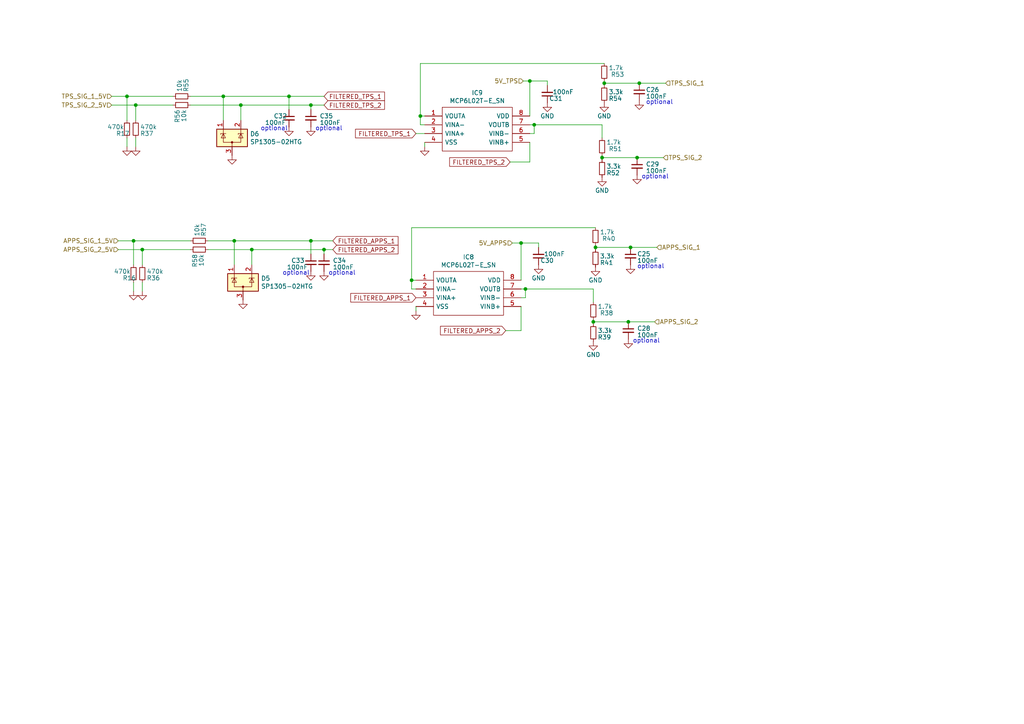
<source format=kicad_sch>
(kicad_sch (version 20211123) (generator eeschema)
  (paper "A4")
  (lib_symbols
    (symbol "Device:C_Small" (pin_numbers hide) (pin_names (offset 0.254) hide)
      (property "Reference" "C" (at 0.254 1.778 0))
      (property "Value" "C_Small" (at 0.254 -2.032 0))
      (symbol "C_Small_0_1"
        (polyline (pts (xy -1.524 -0.508) (xy 1.524 -0.508)) (stroke (width 0.3302)))
        (polyline (pts (xy -1.524 0.508) (xy 1.524 0.508)) (stroke (width 0.3048)))
      )
      (symbol "C_Small_1_1"
        (pin passive line (at 0 2.54 270) (length 2.032) (name "~") (number "1"))
        (pin passive line (at 0 -2.54 90) (length 2.032) (name "~") (number "2"))
      )
    )
    (symbol "Device:R_Small" (pin_numbers hide) (pin_names (offset 0.254) hide)
      (property "Reference" "R" (at 0.762 0.508 0))
      (property "Value" "R_Small" (at 0.762 -1.016 0))
      (symbol "R_Small_0_1"
        (rectangle (start -0.762 1.778) (end 0.762 -1.778) (stroke (width 0.2032)))
      )
      (symbol "R_Small_1_1"
        (pin passive line (at 0 2.54 270) (length 0.762) (name "~") (number "1"))
        (pin passive line (at 0 -2.54 90) (length 0.762) (name "~") (number "2"))
      )
    )
    (symbol "GearControl-rescue:MCP6L02T-E_SN-MCP6L02T-E_SN" (pin_names (offset 0.762))
      (property "Reference" "IC" (at 26.67 7.62 0))
      (property "Value" "MCP6L02T-E_SN-MCP6L02T-E_SN" (at 26.67 5.08 0))
      (symbol "MCP6L02T-E_SN-MCP6L02T-E_SN_0_0"
        (pin output line (at 0 0 0) (length 5.08) (name "VOUTA") (number "1"))
        (pin input line (at 0 -2.54 0) (length 5.08) (name "VINA-") (number "2"))
        (pin input line (at 0 -5.08 0) (length 5.08) (name "VINA+") (number "3"))
        (pin power_in line (at 0 -7.62 0) (length 5.08) (name "VSS") (number "4"))
        (pin input line (at 30.48 -7.62 180) (length 5.08) (name "VINB+") (number "5"))
        (pin input line (at 30.48 -5.08 180) (length 5.08) (name "VINB-") (number "6"))
        (pin output line (at 30.48 -2.54 180) (length 5.08) (name "VOUTB") (number "7"))
        (pin power_in line (at 30.48 0 180) (length 5.08) (name "VDD") (number "8"))
      )
      (symbol "MCP6L02T-E_SN-MCP6L02T-E_SN_0_1"
        (polyline (pts (xy 5.08 2.54) (xy 25.4 2.54) (xy 25.4 -10.16) (xy 5.08 -10.16) (xy 5.08 2.54)) (stroke (width 0.1524)))
      )
    )
    (symbol "Power_Protection:SP0502BAHT" (pin_names hide)
      (property "Reference" "D" (at 5.715 2.54 0))
      (property "Value" "SP0502BAHT" (at 5.715 0.635 0))
      (symbol "SP0502BAHT_0_0"
        (pin passive line (at 0 -5.08 90) (length 2.54) (name "A") (number "3"))
      )
      (symbol "SP0502BAHT_0_1"
        (rectangle (start -4.445 2.54) (end 4.445 -2.54) (stroke (width 0.254)) (fill (type background)))
        (circle (center 0 -1.27) (radius 0.254) (fill (type outline)))
        (polyline (pts (xy -2.54 2.54) (xy -2.54 1.27)))
        (polyline (pts (xy 0 -1.27) (xy 0 -2.54)))
        (polyline (pts (xy 2.54 2.54) (xy 2.54 1.27)))
        (polyline (pts (xy -3.302 1.016) (xy -3.302 1.27) (xy -1.905 1.27) (xy -1.778 1.27)))
        (polyline (pts (xy -2.54 1.27) (xy -2.54 -1.27) (xy 2.54 -1.27) (xy 2.54 1.27)))
        (polyline (pts (xy -2.54 1.27) (xy -1.905 0) (xy -3.175 0) (xy -2.54 1.27)))
        (polyline (pts (xy 1.778 1.016) (xy 1.778 1.27) (xy 3.175 1.27) (xy 3.302 1.27)))
        (polyline (pts (xy 2.54 1.27) (xy 1.905 0) (xy 3.175 0) (xy 2.54 1.27)))
      )
      (symbol "SP0502BAHT_1_1"
        (pin passive line (at -2.54 5.08 270) (length 2.54) (name "K") (number "1"))
        (pin passive line (at 2.54 5.08 270) (length 2.54) (name "K") (number "2"))
      )
    )
    (symbol "power:GND" (power) (pin_names (offset 0))
      (property "Value" "GND" (at 0 -3.81 0))
      (symbol "GND_0_1"
        (polyline (pts (xy 0 0) (xy 0 -1.27) (xy 1.27 -1.27) (xy 0 -2.54) (xy -1.27 -1.27) (xy 0 -1.27)))
      )
      (symbol "GND_1_1"
        (pin power_in line (at 0 0 270) (length 0) hide (name "GND") (number "1"))
      )
    )
  )
  (junction (at 152.4 83.82))
  (junction (at 151.13 70.485))
  (junction (at 175.26 24.13))
  (junction (at 73.025 72.39))
  (junction (at 38.735 69.85))
  (junction (at 83.82 27.94))
  (junction (at 90.17 69.85))
  (junction (at 153.67 23.495))
  (junction (at 90.17 30.48))
  (junction (at 154.94 36.195))
  (junction (at 36.83 27.94))
  (junction (at 174.625 45.72))
  (junction (at 67.945 69.85))
  (junction (at 184.785 45.72))
  (junction (at 172.72 71.755))
  (junction (at 185.42 24.13))
  (junction (at 119.38 81.28))
  (junction (at 182.88 71.755))
  (junction (at 93.98 72.39))
  (junction (at 39.37 30.48))
  (junction (at 172.085 93.345))
  (junction (at 121.92 33.655))
  (junction (at 69.85 30.48))
  (junction (at 182.245 93.345))
  (junction (at 41.275 72.39))
  (junction (at 64.77 27.94))
  (wire (pts (xy 32.385 27.94) (xy 36.83 27.94)))
  (wire (pts (xy 41.275 76.835) (xy 41.275 72.39)))
  (wire (pts (xy 119.38 81.28) (xy 120.65 81.28)))
  (wire (pts (xy 50.165 27.94) (xy 36.83 27.94)))
  (wire (pts (xy 120.65 83.82) (xy 119.38 83.82)))
  (wire (pts (xy 73.025 76.835) (xy 73.025 72.39)))
  (wire (pts (xy 147.955 46.99) (xy 153.67 46.99)))
  (wire (pts (xy 119.38 66.04) (xy 172.72 66.04)))
  (wire (pts (xy 172.085 93.345) (xy 182.245 93.345)))
  (wire (pts (xy 67.945 69.85) (xy 90.17 69.85)))
  (wire (pts (xy 83.82 31.75) (xy 83.82 27.94)))
  (wire (pts (xy 119.38 83.82) (xy 119.38 81.28)))
  (wire (pts (xy 156.21 70.485) (xy 151.13 70.485)))
  (wire (pts (xy 172.085 93.345) (xy 172.085 92.71)))
  (wire (pts (xy 36.83 34.925) (xy 36.83 27.94)))
  (wire (pts (xy 172.72 71.755) (xy 182.88 71.755)))
  (wire (pts (xy 174.625 36.195) (xy 154.94 36.195)))
  (wire (pts (xy 64.77 27.94) (xy 83.82 27.94)))
  (wire (pts (xy 32.385 30.48) (xy 39.37 30.48)))
  (wire (pts (xy 156.21 71.755) (xy 156.21 70.485)))
  (wire (pts (xy 174.625 40.005) (xy 174.625 36.195)))
  (wire (pts (xy 121.92 18.415) (xy 175.26 18.415)))
  (wire (pts (xy 73.025 72.39) (xy 93.98 72.39)))
  (wire (pts (xy 174.625 46.355) (xy 174.625 45.72)))
  (wire (pts (xy 153.67 36.195) (xy 154.94 36.195)))
  (wire (pts (xy 151.13 70.485) (xy 151.13 81.28)))
  (wire (pts (xy 152.4 86.36) (xy 151.13 86.36)))
  (wire (pts (xy 39.37 42.545) (xy 39.37 40.005)))
  (wire (pts (xy 55.245 30.48) (xy 69.85 30.48)))
  (wire (pts (xy 36.83 42.545) (xy 36.83 40.005)))
  (wire (pts (xy 158.75 23.495) (xy 153.67 23.495)))
  (wire (pts (xy 69.85 30.48) (xy 90.17 30.48)))
  (wire (pts (xy 55.245 27.94) (xy 64.77 27.94)))
  (wire (pts (xy 34.29 69.85) (xy 38.735 69.85)))
  (wire (pts (xy 93.98 30.48) (xy 90.17 30.48)))
  (wire (pts (xy 41.275 84.455) (xy 41.275 81.915)))
  (wire (pts (xy 182.245 93.345) (xy 189.865 93.345)))
  (wire (pts (xy 175.26 24.13) (xy 185.42 24.13)))
  (wire (pts (xy 172.72 72.39) (xy 172.72 71.755)))
  (wire (pts (xy 153.67 23.495) (xy 153.67 33.655)))
  (wire (pts (xy 174.625 45.72) (xy 174.625 45.085)))
  (wire (pts (xy 154.94 36.195) (xy 154.94 38.735)))
  (wire (pts (xy 175.26 24.13) (xy 175.26 23.495)))
  (wire (pts (xy 185.42 24.13) (xy 193.04 24.13)))
  (wire (pts (xy 55.245 69.85) (xy 38.735 69.85)))
  (wire (pts (xy 175.26 24.765) (xy 175.26 24.13)))
  (wire (pts (xy 38.735 84.455) (xy 38.735 81.915)))
  (wire (pts (xy 93.98 27.94) (xy 83.82 27.94)))
  (wire (pts (xy 151.13 83.82) (xy 152.4 83.82)))
  (wire (pts (xy 120.65 38.735) (xy 123.19 38.735)))
  (wire (pts (xy 96.52 72.39) (xy 93.98 72.39)))
  (wire (pts (xy 39.37 30.48) (xy 50.165 30.48)))
  (wire (pts (xy 153.67 46.99) (xy 153.67 41.275)))
  (wire (pts (xy 121.92 33.655) (xy 121.92 18.415)))
  (wire (pts (xy 172.085 87.63) (xy 172.085 83.82)))
  (wire (pts (xy 119.38 81.28) (xy 119.38 66.04)))
  (wire (pts (xy 123.19 41.275) (xy 123.19 42.545)))
  (wire (pts (xy 174.625 45.72) (xy 184.785 45.72)))
  (wire (pts (xy 123.19 36.195) (xy 121.92 36.195)))
  (wire (pts (xy 172.085 83.82) (xy 152.4 83.82)))
  (wire (pts (xy 120.65 88.9) (xy 120.65 90.17)))
  (wire (pts (xy 34.29 72.39) (xy 41.275 72.39)))
  (wire (pts (xy 60.325 72.39) (xy 73.025 72.39)))
  (wire (pts (xy 151.13 70.485) (xy 148.59 70.485)))
  (wire (pts (xy 121.92 33.655) (xy 123.19 33.655)))
  (wire (pts (xy 64.77 34.925) (xy 64.77 27.94)))
  (wire (pts (xy 60.325 69.85) (xy 67.945 69.85)))
  (wire (pts (xy 153.67 23.495) (xy 151.765 23.495)))
  (wire (pts (xy 96.52 69.85) (xy 90.17 69.85)))
  (wire (pts (xy 93.98 73.66) (xy 93.98 72.39)))
  (wire (pts (xy 90.17 31.75) (xy 90.17 30.48)))
  (wire (pts (xy 158.75 24.765) (xy 158.75 23.495)))
  (wire (pts (xy 90.17 73.66) (xy 90.17 69.85)))
  (wire (pts (xy 67.945 76.835) (xy 67.945 69.85)))
  (wire (pts (xy 121.92 36.195) (xy 121.92 33.655)))
  (wire (pts (xy 184.785 45.72) (xy 192.405 45.72)))
  (wire (pts (xy 154.94 38.735) (xy 153.67 38.735)))
  (wire (pts (xy 69.85 34.925) (xy 69.85 30.48)))
  (wire (pts (xy 182.88 71.755) (xy 190.5 71.755)))
  (wire (pts (xy 38.735 76.835) (xy 38.735 69.85)))
  (wire (pts (xy 172.72 71.755) (xy 172.72 71.12)))
  (wire (pts (xy 55.245 72.39) (xy 41.275 72.39)))
  (wire (pts (xy 151.13 95.885) (xy 151.13 88.9)))
  (wire (pts (xy 146.685 95.885) (xy 151.13 95.885)))
  (wire (pts (xy 39.37 34.925) (xy 39.37 30.48)))
  (wire (pts (xy 172.085 93.98) (xy 172.085 93.345)))
  (wire (pts (xy 152.4 83.82) (xy 152.4 86.36)))
  (text "optional" (at 186.055 52.07 0) (effects (font (size 1.27 1.27)) (justify left bottom)))
  (text "optional" (at 184.785 78.105 0) (effects (font (size 1.27 1.27)) (justify left bottom)))
  (text "optional" (at 183.515 99.695 0) (effects (font (size 1.27 1.27)) (justify left bottom)))
  (text "optional" (at 81.915 80.01 0) (effects (font (size 1.27 1.27)) (justify left bottom)))
  (text "optional" (at 95.25 80.01 0) (effects (font (size 1.27 1.27)) (justify left bottom)))
  (text "optional" (at 187.325 30.48 0) (effects (font (size 1.27 1.27)) (justify left bottom)))
  (text "optional" (at 75.565 38.1 0) (effects (font (size 1.27 1.27)) (justify left bottom)))
  (text "optional" (at 91.44 38.1 0) (effects (font (size 1.27 1.27)) (justify left bottom)))
  (global_label "FILTERED_TPS_1" (shape input) (at 120.65 38.735 180) (property "Intersheet References" "${INTERSHEET_REFS}" (effects hide)))
  (global_label "FILTERED_TPS_2" (shape input) (at 93.98 30.48 0) (property "Intersheet References" "${INTERSHEET_REFS}" (effects hide)))
  (global_label "FILTERED_TPS_1" (shape input) (at 93.98 27.94 0) (property "Intersheet References" "${INTERSHEET_REFS}" (effects hide)))
  (global_label "FILTERED_APPS_1" (shape input) (at 96.52 69.85 0) (property "Intersheet References" "${INTERSHEET_REFS}" (effects hide)))
  (global_label "FILTERED_TPS_2" (shape input) (at 147.955 46.99 180) (property "Intersheet References" "${INTERSHEET_REFS}" (effects hide)))
  (global_label "FILTERED_APPS_2" (shape input) (at 96.52 72.39 0) (property "Intersheet References" "${INTERSHEET_REFS}" (effects hide)))
  (global_label "FILTERED_APPS_2" (shape input) (at 146.685 95.885 180) (property "Intersheet References" "${INTERSHEET_REFS}" (effects hide)))
  (global_label "FILTERED_APPS_1" (shape input) (at 120.65 86.36 180) (property "Intersheet References" "${INTERSHEET_REFS}" (effects hide)))
  (hierarchical_label "APPS_SIG_2" (shape input) (at 189.865 93.345 0))
  (hierarchical_label "TPS_SIG_1_5V" (shape input) (at 32.385 27.94 180))
  (hierarchical_label "APPS_SIG_1_5V" (shape input) (at 34.29 69.85 180))
  (hierarchical_label "5V_TPS" (shape input) (at 151.765 23.495 180))
  (hierarchical_label "TPS_SIG_2" (shape input) (at 192.405 45.72 0))
  (hierarchical_label "5V_APPS" (shape input) (at 148.59 70.485 180))
  (hierarchical_label "APPS_SIG_2_5V" (shape input) (at 34.29 72.39 180))
  (hierarchical_label "TPS_SIG_1" (shape input) (at 193.04 24.13 0))
  (hierarchical_label "TPS_SIG_2_5V" (shape input) (at 32.385 30.48 180))
  (hierarchical_label "APPS_SIG_1" (shape input) (at 190.5 71.755 0))
  (symbol (lib_id "Device:C_Small") (at 90.17 34.29 0) (unit 1)
    (property "Reference" "C35" (at 92.71 33.655 0) (effects (justify left)))
    (property "Value" "100nF" (at 92.71 35.56 0) (effects (justify left)))
    (property "Footprint" "Capacitor_SMD:C_0603_1608Metric" (effects hide))
    (property "LCSC Part #" "C1525" (effects hide))
  )
  (symbol (lib_id "power:GND") (at 90.17 36.83 0) (unit 1)
    (property "Reference" "#PWR060" (effects hide))
    (property "Value" "GND" (effects hide))
  )
  (symbol (lib_id "Device:R_Small") (at 52.705 27.94 90) (unit 1)
    (property "Reference" "R55" (at 53.975 26.67 0) (effects (justify left)))
    (property "Value" "10k" (at 52.07 26.67 0) (effects (justify left)))
    (property "Footprint" "Resistor_SMD:R_0603_1608Metric" (effects hide))
    (property "LCSC Part #" "C25803" (effects hide))
  )
  (symbol (lib_id "Device:R_Small") (at 52.705 30.48 270) (unit 1)
    (property "Reference" "R56" (at 51.435 31.75 0) (effects (justify left)))
    (property "Value" "10k" (at 53.34 31.75 0) (effects (justify left)))
    (property "Footprint" "Resistor_SMD:R_0603_1608Metric" (effects hide))
    (property "LCSC Part #" "C25803" (effects hide))
  )
  (symbol (lib_id "Device:R_Small") (at 57.785 72.39 270) (unit 1)
    (property "Reference" "R58" (at 56.515 73.66 0) (effects (justify left)))
    (property "Value" "10k" (at 58.42 73.66 0) (effects (justify left)))
    (property "Footprint" "Resistor_SMD:R_0603_1608Metric" (effects hide))
    (property "LCSC Part #" "C25803" (effects hide))
  )
  (symbol (lib_id "Device:R_Small") (at 57.785 69.85 90) (unit 1)
    (property "Reference" "R57" (at 59.055 68.58 0) (effects (justify left)))
    (property "Value" "10k" (at 57.15 68.58 0) (effects (justify left)))
    (property "Footprint" "Resistor_SMD:R_0603_1608Metric" (effects hide))
    (property "LCSC Part #" "C25803" (effects hide))
  )
  (symbol (lib_id "Device:C_Small") (at 83.82 34.29 0) (unit 1)
    (property "Reference" "C32" (at 79.375 33.655 0) (effects (justify left)))
    (property "Value" "100nF" (at 76.835 35.56 0) (effects (justify left)))
    (property "Footprint" "Capacitor_SMD:C_0603_1608Metric" (effects hide))
    (property "LCSC Part #" "C1525" (effects hide))
  )
  (symbol (lib_id "power:GND") (at 83.82 36.83 0) (unit 1)
    (property "Reference" "#PWR057" (effects hide))
    (property "Value" "GND" (effects hide))
  )
  (symbol (lib_id "Device:C_Small") (at 90.17 76.2 0) (unit 1)
    (property "Reference" "C33" (at 84.455 75.565 0) (effects (justify left)))
    (property "Value" "100nF" (at 83.185 77.47 0) (effects (justify left)))
    (property "Footprint" "Capacitor_SMD:C_0603_1608Metric" (effects hide))
    (property "LCSC Part #" "C1525" (effects hide))
  )
  (symbol (lib_id "power:GND") (at 90.17 78.74 0) (unit 1)
    (property "Reference" "#PWR058" (effects hide))
    (property "Value" "GND" (effects hide))
  )
  (symbol (lib_id "Device:C_Small") (at 93.98 76.2 0) (unit 1)
    (property "Reference" "C34" (at 96.52 75.565 0) (effects (justify left)))
    (property "Value" "100nF" (at 96.52 77.47 0) (effects (justify left)))
    (property "Footprint" "Capacitor_SMD:C_0603_1608Metric" (effects hide))
    (property "LCSC Part #" "C1525" (effects hide))
  )
  (symbol (lib_id "power:GND") (at 93.98 78.74 0) (unit 1)
    (property "Reference" "#PWR059" (effects hide))
    (property "Value" "GND" (effects hide))
  )
  (symbol (lib_id "GearControl-rescue:MCP6L02T-E_SN-MCP6L02T-E_SN") (at 123.19 33.655 0) (unit 1)
    (property "Reference" "IC9" (at 138.43 26.924 0))
    (property "Value" "MCP6L02T-E_SN" (at 138.43 29.2354 0))
    (property "Footprint" "SOIC127P600X175-8N" (effects hide))
    (property "Datasheet" "https://datasheet.datasheetarchive.com/originals/distributors/SFDatasheet-7/sf-000145803.pdf" (effects hide))
    (property "Description" "Dual 1.8V, 1MHz OP Amp, E temp" (effects hide))
    (property "Height" "1.75" (effects hide))
    (property "Manufacturer_Name" "Microchip" (effects hide))
    (property "Manufacturer_Part_Number" "MCP6L02T-E/SN" (effects hide))
    (property "Mouser Part Number" "579-MCP6L02T-E/SN" (effects hide))
    (property "Mouser Price/Stock" "https://www.mouser.co.uk/ProductDetail/Microchip-Technology/MCP6L02T-E-SN?qs=%2FkiEPUfD%2FqkjClCQma65iQ%3D%3D" (effects hide))
    (property "Arrow Part Number" "MCP6L02T-E/SN" (effects hide))
    (property "Arrow Price/Stock" "https://www.arrow.com/en/products/mcp6l02t-esn/microchip-technology" (effects hide))
  )
  (symbol (lib_id "GearControl-rescue:MCP6L02T-E_SN-MCP6L02T-E_SN") (at 120.65 81.28 0) (unit 1)
    (property "Reference" "IC8" (at 135.89 74.549 0))
    (property "Value" "MCP6L02T-E_SN" (at 135.89 76.8604 0))
    (property "Footprint" "SOIC127P600X175-8N" (effects hide))
    (property "Datasheet" "https://datasheet.datasheetarchive.com/originals/distributors/SFDatasheet-7/sf-000145803.pdf" (effects hide))
    (property "Description" "Dual 1.8V, 1MHz OP Amp, E temp" (effects hide))
    (property "Height" "1.75" (effects hide))
    (property "Manufacturer_Name" "Microchip" (effects hide))
    (property "Manufacturer_Part_Number" "MCP6L02T-E/SN" (effects hide))
    (property "Mouser Part Number" "579-MCP6L02T-E/SN" (effects hide))
    (property "Mouser Price/Stock" "https://www.mouser.co.uk/ProductDetail/Microchip-Technology/MCP6L02T-E-SN?qs=%2FkiEPUfD%2FqkjClCQma65iQ%3D%3D" (effects hide))
    (property "Arrow Part Number" "MCP6L02T-E/SN" (effects hide))
    (property "Arrow Price/Stock" "https://www.arrow.com/en/products/mcp6l02t-esn/microchip-technology" (effects hide))
  )
  (symbol (lib_id "Device:R_Small") (at 172.72 68.58 0) (unit 1)
    (property "Reference" "R40" (at 174.625 69.215 0) (effects (justify left)))
    (property "Value" "1.7k" (at 173.99 67.31 0) (effects (justify left)))
    (property "Footprint" "Resistor_SMD:R_0603_1608Metric" (effects hide))
    (property "LCSC Part #" "C25803" (effects hide))
  )
  (symbol (lib_id "Device:R_Small") (at 172.72 74.93 0) (unit 1)
    (property "Reference" "R41" (at 173.99 76.2 0) (effects (justify left)))
    (property "Value" "3.3k" (at 173.99 74.295 0) (effects (justify left)))
    (property "Footprint" "Resistor_SMD:R_0603_1608Metric" (effects hide))
    (property "LCSC Part #" "C25803" (effects hide))
  )
  (symbol (lib_id "power:GND") (at 172.72 77.47 0) (unit 1)
    (property "Reference" "#PWR052" (effects hide))
    (property "Value" "GND" (at 172.72 81.28 0))
  )
  (symbol (lib_id "power:GND") (at 182.245 98.425 0) (unit 1)
    (property "Reference" "#PWR047" (effects hide))
    (property "Value" "GND" (effects hide))
  )
  (symbol (lib_id "Device:C_Small") (at 182.245 95.885 0) (unit 1)
    (property "Reference" "C28" (at 184.785 95.25 0) (effects (justify left)))
    (property "Value" "100nF" (at 184.785 97.155 0) (effects (justify left)))
    (property "Footprint" "Capacitor_SMD:C_0603_1608Metric" (effects hide))
    (property "LCSC Part #" "C1525" (effects hide))
  )
  (symbol (lib_id "Device:R_Small") (at 172.085 90.17 0) (unit 1)
    (property "Reference" "R38" (at 173.99 90.805 0) (effects (justify left)))
    (property "Value" "1.7k" (at 173.355 88.9 0) (effects (justify left)))
    (property "Footprint" "Resistor_SMD:R_0603_1608Metric" (effects hide))
    (property "LCSC Part #" "C25803" (effects hide))
  )
  (symbol (lib_id "Device:R_Small") (at 172.085 96.52 0) (unit 1)
    (property "Reference" "R39" (at 173.355 97.79 0) (effects (justify left)))
    (property "Value" "3.3k" (at 173.355 95.885 0) (effects (justify left)))
    (property "Footprint" "Resistor_SMD:R_0603_1608Metric" (effects hide))
    (property "LCSC Part #" "C25803" (effects hide))
  )
  (symbol (lib_id "power:GND") (at 172.085 99.06 0) (unit 1)
    (property "Reference" "#PWR051" (effects hide))
    (property "Value" "GND" (at 172.085 102.87 0))
  )
  (symbol (lib_id "Device:R_Small") (at 41.275 79.375 0) (unit 1)
    (property "Reference" "R36" (at 42.545 80.645 0) (effects (justify left)))
    (property "Value" "470k" (at 42.545 78.74 0) (effects (justify left)))
    (property "Footprint" "Resistor_SMD:R_0603_1608Metric" (effects hide))
    (property "LCSC Part #" "C25803" (effects hide))
  )
  (symbol (lib_id "Device:R_Small") (at 38.735 79.375 0) (unit 1)
    (property "Reference" "R16" (at 35.56 80.645 0) (effects (justify left)))
    (property "Value" "470k" (at 33.02 78.74 0) (effects (justify left)))
    (property "Footprint" "Resistor_SMD:R_0603_1608Metric" (effects hide))
    (property "LCSC Part #" "C25803" (effects hide))
  )
  (symbol (lib_id "power:GND") (at 38.735 84.455 0) (unit 1)
    (property "Reference" "#PWR030" (effects hide))
    (property "Value" "GND" (effects hide))
  )
  (symbol (lib_id "power:GND") (at 41.275 84.455 0) (unit 1)
    (property "Reference" "#PWR035" (effects hide))
    (property "Value" "GND" (effects hide))
  )
  (symbol (lib_id "power:GND") (at 120.65 90.17 0) (unit 1)
    (property "Reference" "#PWR049" (effects hide))
    (property "Value" "GND" (effects hide))
  )
  (symbol (lib_id "power:GND") (at 182.88 76.835 0) (unit 1)
    (property "Reference" "#PWR043" (effects hide))
    (property "Value" "GND" (effects hide))
  )
  (symbol (lib_id "Device:C_Small") (at 182.88 74.295 0) (unit 1)
    (property "Reference" "C25" (at 184.785 73.66 0) (effects (justify left)))
    (property "Value" "100nF" (at 184.785 75.565 0) (effects (justify left)))
    (property "Footprint" "Capacitor_SMD:C_0603_1608Metric" (effects hide))
    (property "LCSC Part #" "C1525" (effects hide))
  )
  (symbol (lib_id "Power_Protection:SP0502BAHT") (at 70.485 81.915 0) (unit 1)
    (property "Reference" "D5" (at 75.692 80.7466 0) (effects (justify left)))
    (property "Value" "SP1305-02HTG" (at 75.692 83.058 0) (effects (justify left)))
    (property "Footprint" "Package_TO_SOT_SMD:SOT-23" (effects hide))
    (property "Datasheet" "http://www.littelfuse.com/~/media/files/littelfuse/technical%20resources/documents/data%20sheets/sp05xxba.pdf" (effects hide))
  )
  (symbol (lib_id "power:GND") (at 70.485 86.995 0) (unit 1)
    (property "Reference" "#PWR038" (effects hide))
    (property "Value" "GND" (effects hide))
  )
  (symbol (lib_id "Device:R_Small") (at 175.26 20.955 0) (unit 1)
    (property "Reference" "R53" (at 177.165 21.59 0) (effects (justify left)))
    (property "Value" "1.7k" (at 176.53 19.685 0) (effects (justify left)))
    (property "Footprint" "Resistor_SMD:R_0603_1608Metric" (effects hide))
    (property "LCSC Part #" "C25803" (effects hide))
  )
  (symbol (lib_id "Device:R_Small") (at 175.26 27.305 0) (unit 1)
    (property "Reference" "R54" (at 176.53 28.575 0) (effects (justify left)))
    (property "Value" "3.3k" (at 176.53 26.67 0) (effects (justify left)))
    (property "Footprint" "Resistor_SMD:R_0603_1608Metric" (effects hide))
    (property "LCSC Part #" "C25803" (effects hide))
  )
  (symbol (lib_id "power:GND") (at 175.26 29.845 0) (unit 1)
    (property "Reference" "#PWR054" (effects hide))
    (property "Value" "GND" (at 175.26 33.655 0))
  )
  (symbol (lib_id "power:GND") (at 184.785 50.8 0) (unit 1)
    (property "Reference" "#PWR048" (effects hide))
    (property "Value" "GND" (effects hide))
  )
  (symbol (lib_id "Device:C_Small") (at 184.785 48.26 0) (unit 1)
    (property "Reference" "C29" (at 187.325 47.625 0) (effects (justify left)))
    (property "Value" "100nF" (at 187.325 49.53 0) (effects (justify left)))
    (property "Footprint" "Capacitor_SMD:C_0603_1608Metric" (effects hide))
    (property "LCSC Part #" "C1525" (effects hide))
  )
  (symbol (lib_id "Device:R_Small") (at 174.625 42.545 0) (unit 1)
    (property "Reference" "R51" (at 176.53 43.18 0) (effects (justify left)))
    (property "Value" "1.7k" (at 175.895 41.275 0) (effects (justify left)))
    (property "Footprint" "Resistor_SMD:R_0603_1608Metric" (effects hide))
    (property "LCSC Part #" "C25803" (effects hide))
  )
  (symbol (lib_id "Device:R_Small") (at 174.625 48.895 0) (unit 1)
    (property "Reference" "R52" (at 175.895 50.165 0) (effects (justify left)))
    (property "Value" "3.3k" (at 175.895 48.26 0) (effects (justify left)))
    (property "Footprint" "Resistor_SMD:R_0603_1608Metric" (effects hide))
    (property "LCSC Part #" "C25803" (effects hide))
  )
  (symbol (lib_id "power:GND") (at 174.625 51.435 0) (unit 1)
    (property "Reference" "#PWR053" (effects hide))
    (property "Value" "GND" (at 174.625 55.245 0))
  )
  (symbol (lib_id "Device:R_Small") (at 39.37 37.465 0) (unit 1)
    (property "Reference" "R37" (at 40.64 38.735 0) (effects (justify left)))
    (property "Value" "470k" (at 40.64 36.83 0) (effects (justify left)))
    (property "Footprint" "Resistor_SMD:R_0603_1608Metric" (effects hide))
    (property "LCSC Part #" "C25803" (effects hide))
  )
  (symbol (lib_id "Device:R_Small") (at 36.83 37.465 0) (unit 1)
    (property "Reference" "R17" (at 33.655 38.735 0) (effects (justify left)))
    (property "Value" "470k" (at 31.115 36.83 0) (effects (justify left)))
    (property "Footprint" "Resistor_SMD:R_0603_1608Metric" (effects hide))
    (property "LCSC Part #" "C25803" (effects hide))
  )
  (symbol (lib_id "power:GND") (at 36.83 42.545 0) (unit 1)
    (property "Reference" "#PWR034" (effects hide))
    (property "Value" "GND" (effects hide))
  )
  (symbol (lib_id "power:GND") (at 39.37 42.545 0) (unit 1)
    (property "Reference" "#PWR037" (effects hide))
    (property "Value" "GND" (effects hide))
  )
  (symbol (lib_id "power:GND") (at 123.19 42.545 0) (unit 1)
    (property "Reference" "#PWR050" (effects hide))
    (property "Value" "GND" (effects hide))
  )
  (symbol (lib_id "power:GND") (at 185.42 29.21 0) (unit 1)
    (property "Reference" "#PWR045" (effects hide))
    (property "Value" "GND" (effects hide))
  )
  (symbol (lib_id "Device:C_Small") (at 185.42 26.67 0) (unit 1)
    (property "Reference" "C26" (at 187.325 26.035 0) (effects (justify left)))
    (property "Value" "100nF" (at 187.325 27.94 0) (effects (justify left)))
    (property "Footprint" "Capacitor_SMD:C_0603_1608Metric" (effects hide))
    (property "LCSC Part #" "C1525" (effects hide))
  )
  (symbol (lib_id "Power_Protection:SP0502BAHT") (at 67.31 40.005 0) (unit 1)
    (property "Reference" "D6" (at 72.517 38.8366 0) (effects (justify left)))
    (property "Value" "SP1305-02HTG" (at 72.517 41.148 0) (effects (justify left)))
    (property "Footprint" "Package_TO_SOT_SMD:SOT-23" (effects hide))
    (property "Datasheet" "http://www.littelfuse.com/~/media/files/littelfuse/technical%20resources/documents/data%20sheets/sp05xxba.pdf" (effects hide))
  )
  (symbol (lib_id "power:GND") (at 67.31 45.085 0) (unit 1)
    (property "Reference" "#PWR040" (effects hide))
    (property "Value" "GND" (effects hide))
  )
  (symbol (lib_id "Device:C_Small") (at 156.21 74.295 180) (unit 1)
    (property "Reference" "C30" (at 160.655 75.565 0) (effects (justify left)))
    (property "Value" "100nF" (at 163.83 73.66 0) (effects (justify left)))
    (property "Footprint" "Capacitor_SMD:C_0603_1608Metric" (effects hide))
    (property "LCSC Part #" "C1525" (effects hide))
  )
  (symbol (lib_id "power:GND") (at 156.21 76.835 0) (unit 1)
    (property "Reference" "#PWR055" (effects hide))
    (property "Value" "GND" (at 156.21 80.645 0))
  )
  (symbol (lib_id "Device:C_Small") (at 158.75 27.305 180) (unit 1)
    (property "Reference" "C31" (at 163.195 28.575 0) (effects (justify left)))
    (property "Value" "100nF" (at 166.37 26.67 0) (effects (justify left)))
    (property "Footprint" "Capacitor_SMD:C_0603_1608Metric" (effects hide))
    (property "LCSC Part #" "C1525" (effects hide))
  )
  (symbol (lib_id "power:GND") (at 158.75 29.845 0) (unit 1)
    (property "Reference" "#PWR056" (effects hide))
    (property "Value" "GND" (at 158.75 33.655 0))
  )
)
</source>
